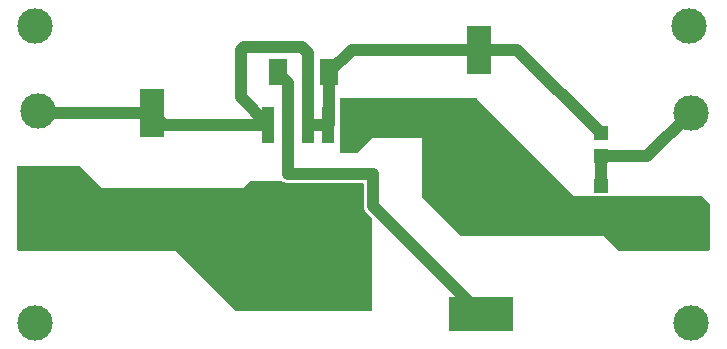
<source format=gbr>
G04 EAGLE Gerber RS-274X export*
G75*
%MOMM*%
%FSLAX34Y34*%
%LPD*%
%INTop Copper*%
%IPPOS*%
%AMOC8*
5,1,8,0,0,1.08239X$1,22.5*%
G01*
%ADD10R,2.000000X4.100000*%
%ADD11R,1.570000X2.220000*%
%ADD12C,3.000000*%
%ADD13R,5.400000X2.900000*%
%ADD14R,1.300000X1.150000*%
%ADD15R,1.200000X1.200000*%
%ADD16R,1.016000X3.050000*%
%ADD17R,8.380000X10.660000*%
%ADD18C,1.016000*%

G36*
X311208Y37093D02*
X311208Y37093D01*
X311266Y37091D01*
X311348Y37113D01*
X311432Y37125D01*
X311485Y37149D01*
X311541Y37163D01*
X311614Y37206D01*
X311691Y37241D01*
X311736Y37279D01*
X311786Y37309D01*
X311844Y37370D01*
X311908Y37425D01*
X311940Y37473D01*
X311980Y37516D01*
X312019Y37591D01*
X312066Y37661D01*
X312083Y37717D01*
X312110Y37769D01*
X312121Y37837D01*
X312151Y37932D01*
X312154Y38032D01*
X312165Y38100D01*
X312165Y114300D01*
X312158Y114349D01*
X312159Y114360D01*
X312155Y114375D01*
X312153Y114387D01*
X312150Y114474D01*
X312133Y114527D01*
X312125Y114582D01*
X312090Y114661D01*
X312063Y114745D01*
X312035Y114784D01*
X312009Y114841D01*
X311913Y114954D01*
X311868Y115018D01*
X305815Y121071D01*
X305815Y121319D01*
X305811Y121350D01*
X305813Y121381D01*
X305796Y121457D01*
X305795Y121459D01*
X305796Y121467D01*
X305793Y121477D01*
X305775Y121601D01*
X305749Y121660D01*
X305738Y121708D01*
X304799Y123974D01*
X304799Y143764D01*
X304791Y143822D01*
X304793Y143880D01*
X304771Y143962D01*
X304759Y144046D01*
X304736Y144099D01*
X304721Y144155D01*
X304678Y144228D01*
X304643Y144305D01*
X304605Y144350D01*
X304576Y144400D01*
X304514Y144458D01*
X304460Y144522D01*
X304411Y144554D01*
X304368Y144594D01*
X304293Y144633D01*
X304223Y144680D01*
X304167Y144697D01*
X304115Y144724D01*
X304047Y144735D01*
X303952Y144765D01*
X303852Y144768D01*
X303784Y144779D01*
X239784Y144779D01*
X236983Y145939D01*
X236866Y146057D01*
X236155Y146768D01*
X236085Y146820D01*
X236021Y146880D01*
X235972Y146906D01*
X235928Y146939D01*
X235846Y146970D01*
X235768Y147010D01*
X235720Y147018D01*
X235662Y147040D01*
X235514Y147052D01*
X235437Y147065D01*
X209550Y147065D01*
X209463Y147053D01*
X209376Y147050D01*
X209323Y147033D01*
X209269Y147025D01*
X209189Y146990D01*
X209105Y146963D01*
X209066Y146935D01*
X209009Y146909D01*
X208896Y146813D01*
X208832Y146768D01*
X202780Y140715D01*
X82971Y140715D01*
X64218Y159468D01*
X64148Y159520D01*
X64084Y159580D01*
X64035Y159606D01*
X63991Y159639D01*
X63909Y159670D01*
X63831Y159710D01*
X63784Y159718D01*
X63725Y159740D01*
X63577Y159752D01*
X63500Y159765D01*
X12700Y159765D01*
X12642Y159757D01*
X12584Y159759D01*
X12502Y159737D01*
X12419Y159725D01*
X12365Y159702D01*
X12309Y159687D01*
X12236Y159644D01*
X12159Y159609D01*
X12114Y159571D01*
X12064Y159542D01*
X12006Y159480D01*
X11942Y159426D01*
X11910Y159377D01*
X11870Y159334D01*
X11831Y159259D01*
X11785Y159189D01*
X11767Y159133D01*
X11740Y159081D01*
X11729Y159013D01*
X11699Y158918D01*
X11696Y158818D01*
X11685Y158750D01*
X11685Y88900D01*
X11693Y88842D01*
X11691Y88784D01*
X11713Y88702D01*
X11725Y88619D01*
X11749Y88565D01*
X11763Y88509D01*
X11806Y88436D01*
X11841Y88359D01*
X11879Y88314D01*
X11909Y88264D01*
X11970Y88206D01*
X12025Y88142D01*
X12073Y88110D01*
X12116Y88070D01*
X12191Y88031D01*
X12261Y87985D01*
X12317Y87967D01*
X12369Y87940D01*
X12437Y87929D01*
X12532Y87899D01*
X12632Y87896D01*
X12700Y87885D01*
X145630Y87885D01*
X196132Y37382D01*
X196202Y37330D01*
X196266Y37270D01*
X196315Y37244D01*
X196359Y37211D01*
X196441Y37180D01*
X196519Y37140D01*
X196567Y37132D01*
X196625Y37110D01*
X196773Y37098D01*
X196850Y37085D01*
X311150Y37085D01*
X311208Y37093D01*
G37*
G36*
X596958Y87893D02*
X596958Y87893D01*
X597016Y87891D01*
X597098Y87913D01*
X597182Y87925D01*
X597235Y87949D01*
X597291Y87963D01*
X597364Y88006D01*
X597441Y88041D01*
X597486Y88079D01*
X597536Y88109D01*
X597594Y88170D01*
X597658Y88225D01*
X597690Y88273D01*
X597730Y88316D01*
X597769Y88391D01*
X597816Y88461D01*
X597833Y88517D01*
X597860Y88569D01*
X597871Y88637D01*
X597901Y88732D01*
X597904Y88832D01*
X597915Y88900D01*
X597915Y127000D01*
X597903Y127087D01*
X597900Y127174D01*
X597883Y127227D01*
X597875Y127282D01*
X597840Y127361D01*
X597813Y127445D01*
X597785Y127484D01*
X597759Y127541D01*
X597663Y127654D01*
X597618Y127718D01*
X591268Y134068D01*
X591198Y134120D01*
X591134Y134180D01*
X591085Y134206D01*
X591041Y134239D01*
X590959Y134270D01*
X590881Y134310D01*
X590834Y134318D01*
X590775Y134340D01*
X590627Y134352D01*
X590550Y134365D01*
X513849Y134365D01*
X513762Y134353D01*
X513675Y134350D01*
X513622Y134333D01*
X513567Y134325D01*
X513488Y134290D01*
X513404Y134263D01*
X513365Y134235D01*
X513308Y134209D01*
X513195Y134113D01*
X513131Y134068D01*
X513012Y133949D01*
X497908Y133949D01*
X497789Y134068D01*
X497719Y134121D01*
X497655Y134180D01*
X497606Y134206D01*
X497562Y134239D01*
X497480Y134270D01*
X497402Y134310D01*
X497355Y134318D01*
X497296Y134340D01*
X497148Y134352D01*
X497071Y134365D01*
X483021Y134365D01*
X400768Y216618D01*
X400698Y216670D01*
X400634Y216730D01*
X400585Y216756D01*
X400541Y216789D01*
X400459Y216820D01*
X400381Y216860D01*
X400334Y216868D01*
X400275Y216890D01*
X400127Y216902D01*
X400050Y216915D01*
X285750Y216915D01*
X285692Y216907D01*
X285634Y216909D01*
X285552Y216887D01*
X285469Y216875D01*
X285415Y216852D01*
X285359Y216837D01*
X285286Y216794D01*
X285209Y216759D01*
X285164Y216721D01*
X285114Y216692D01*
X285056Y216630D01*
X284992Y216576D01*
X284960Y216527D01*
X284920Y216484D01*
X284881Y216409D01*
X284835Y216339D01*
X284817Y216283D01*
X284790Y216231D01*
X284779Y216163D01*
X284749Y216068D01*
X284746Y215968D01*
X284735Y215900D01*
X284735Y171450D01*
X284743Y171392D01*
X284741Y171334D01*
X284763Y171252D01*
X284775Y171169D01*
X284799Y171115D01*
X284813Y171059D01*
X284856Y170986D01*
X284891Y170909D01*
X284929Y170864D01*
X284959Y170814D01*
X285020Y170756D01*
X285075Y170692D01*
X285123Y170660D01*
X285166Y170620D01*
X285241Y170581D01*
X285311Y170535D01*
X285367Y170517D01*
X285419Y170490D01*
X285487Y170479D01*
X285582Y170449D01*
X285682Y170446D01*
X285750Y170435D01*
X298450Y170435D01*
X298537Y170447D01*
X298624Y170450D01*
X298677Y170467D01*
X298732Y170475D01*
X298811Y170510D01*
X298895Y170537D01*
X298934Y170565D01*
X298991Y170591D01*
X299104Y170687D01*
X299168Y170732D01*
X311571Y183135D01*
X354585Y183135D01*
X354585Y133350D01*
X354597Y133263D01*
X354600Y133176D01*
X354617Y133123D01*
X354625Y133069D01*
X354660Y132989D01*
X354687Y132905D01*
X354715Y132866D01*
X354741Y132809D01*
X354837Y132696D01*
X354882Y132632D01*
X386632Y100882D01*
X386702Y100830D01*
X386766Y100770D01*
X386815Y100744D01*
X386859Y100711D01*
X386941Y100680D01*
X387019Y100640D01*
X387067Y100632D01*
X387125Y100610D01*
X387273Y100598D01*
X387350Y100585D01*
X507580Y100585D01*
X519982Y88182D01*
X520052Y88130D01*
X520116Y88070D01*
X520165Y88044D01*
X520209Y88011D01*
X520291Y87980D01*
X520369Y87940D01*
X520417Y87932D01*
X520475Y87910D01*
X520623Y87898D01*
X520700Y87885D01*
X596900Y87885D01*
X596958Y87893D01*
G37*
D10*
X125730Y204790D03*
X125730Y117790D03*
X402590Y258130D03*
X402590Y171130D03*
D11*
X275590Y238760D03*
X232390Y238760D03*
D12*
X29210Y205740D03*
X581660Y204470D03*
X26670Y278130D03*
X26670Y26670D03*
X581660Y26670D03*
X580390Y278130D03*
D13*
X403860Y34050D03*
X403860Y131050D03*
D14*
X505460Y142240D03*
X505460Y118740D03*
D15*
X505460Y167640D03*
X505460Y187640D03*
D16*
X292100Y194310D03*
X275080Y194310D03*
X258060Y194310D03*
X241040Y194310D03*
X224020Y194310D03*
D17*
X258060Y91290D03*
D12*
X29210Y118110D03*
X582930Y109220D03*
D18*
X125730Y117790D02*
X125410Y118110D01*
X125730Y117790D02*
X231560Y117790D01*
X258060Y91290D01*
X125730Y117790D02*
X29530Y117790D01*
X29210Y118110D01*
X124780Y205740D02*
X125730Y204790D01*
X402590Y253680D02*
X402590Y258130D01*
X130810Y204790D02*
X125730Y204790D01*
X275590Y194820D02*
X275590Y238760D01*
X294960Y258130D02*
X402590Y258130D01*
X294960Y258130D02*
X275590Y238760D01*
X275590Y194820D02*
X275080Y194310D01*
X258060Y194310D01*
X224020Y194310D02*
X136210Y194310D01*
X125730Y204790D01*
X200660Y217670D02*
X224020Y194310D01*
X200660Y217670D02*
X200660Y257810D01*
X203200Y260350D01*
X252730Y260350D01*
X258060Y255020D01*
X258060Y194310D01*
X434970Y258130D02*
X505460Y187640D01*
X434970Y258130D02*
X402590Y258130D01*
X125730Y204790D02*
X30160Y204790D01*
X29210Y205740D01*
X505460Y167640D02*
X544830Y167640D01*
X581660Y204470D01*
X505460Y167640D02*
X505460Y142240D01*
X505460Y118740D02*
X506090Y118110D01*
X403860Y131050D02*
X403860Y136130D01*
X514980Y109220D02*
X582930Y109220D01*
X514980Y109220D02*
X505460Y118740D01*
X466730Y118740D01*
X454420Y131050D02*
X403860Y131050D01*
X454420Y131050D02*
X466730Y118740D01*
X403860Y131050D02*
X402590Y132320D01*
X402590Y167640D01*
X402590Y171130D01*
X375920Y194310D02*
X292100Y194310D01*
X375920Y194310D02*
X402590Y167640D01*
X241040Y184400D02*
X241040Y194310D01*
X241040Y230110D02*
X232390Y238760D01*
X241040Y230110D02*
X241040Y194310D01*
X312420Y125490D02*
X403860Y34050D01*
X312420Y125490D02*
X312420Y152400D01*
X241300Y152400D01*
X241040Y152660D01*
X241040Y194310D01*
M02*

</source>
